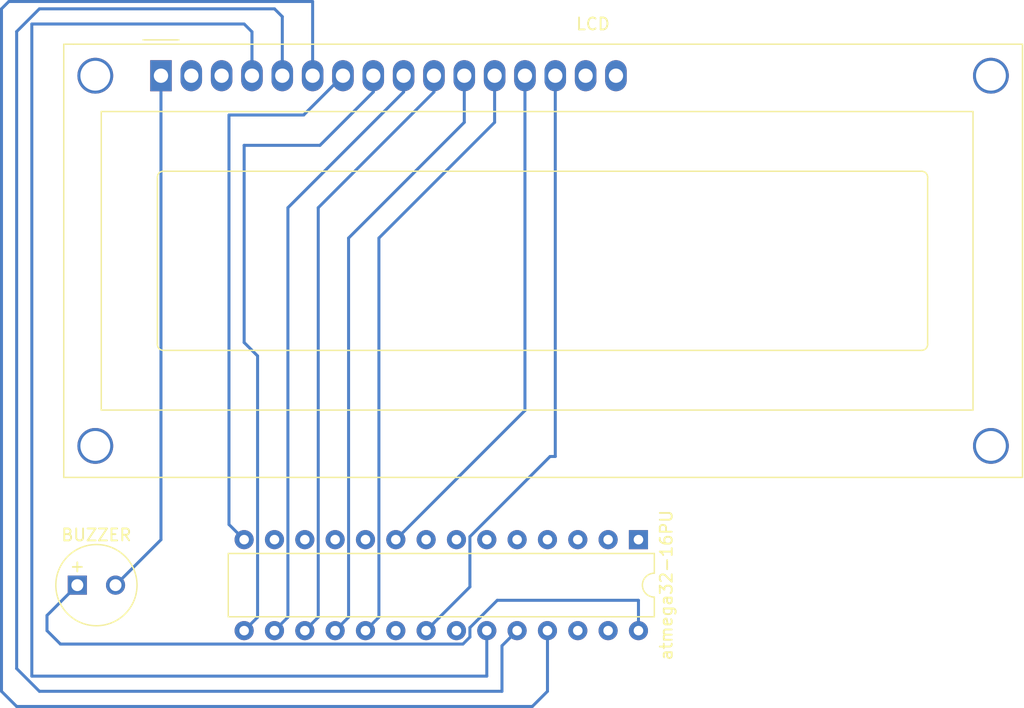
<source format=kicad_pcb>
(kicad_pcb (version 20171130) (host pcbnew "(5.1.9)-1")

  (general
    (thickness 1.6)
    (drawings 0)
    (tracks 69)
    (zones 0)
    (modules 3)
    (nets 34)
  )

  (page A4)
  (layers
    (0 F.Cu signal)
    (31 B.Cu signal)
    (32 B.Adhes user)
    (33 F.Adhes user)
    (34 B.Paste user)
    (35 F.Paste user)
    (36 B.SilkS user)
    (37 F.SilkS user)
    (38 B.Mask user)
    (39 F.Mask user)
    (40 Dwgs.User user)
    (41 Cmts.User user)
    (42 Eco1.User user)
    (43 Eco2.User user)
    (44 Edge.Cuts user)
    (45 Margin user)
    (46 B.CrtYd user)
    (47 F.CrtYd user)
    (48 B.Fab user)
    (49 F.Fab user)
  )

  (setup
    (last_trace_width 0.25)
    (trace_clearance 0.2)
    (zone_clearance 0.508)
    (zone_45_only no)
    (trace_min 0.2)
    (via_size 0.8)
    (via_drill 0.4)
    (via_min_size 0.4)
    (via_min_drill 0.3)
    (uvia_size 0.3)
    (uvia_drill 0.1)
    (uvias_allowed no)
    (uvia_min_size 0.2)
    (uvia_min_drill 0.1)
    (edge_width 0.05)
    (segment_width 0.2)
    (pcb_text_width 0.3)
    (pcb_text_size 1.5 1.5)
    (mod_edge_width 0.12)
    (mod_text_size 1 1)
    (mod_text_width 0.15)
    (pad_size 1.524 1.524)
    (pad_drill 0.762)
    (pad_to_mask_clearance 0)
    (aux_axis_origin 0 0)
    (visible_elements 7FFFFFFF)
    (pcbplotparams
      (layerselection 0x010fc_ffffffff)
      (usegerberextensions false)
      (usegerberattributes true)
      (usegerberadvancedattributes true)
      (creategerberjobfile true)
      (excludeedgelayer true)
      (linewidth 0.100000)
      (plotframeref false)
      (viasonmask false)
      (mode 1)
      (useauxorigin false)
      (hpglpennumber 1)
      (hpglpenspeed 20)
      (hpglpendiameter 15.000000)
      (psnegative false)
      (psa4output false)
      (plotreference true)
      (plotvalue true)
      (plotinvisibletext false)
      (padsonsilk false)
      (subtractmaskfromsilk false)
      (outputformat 1)
      (mirror false)
      (drillshape 1)
      (scaleselection 1)
      (outputdirectory ""))
  )

  (net 0 "")
  (net 1 Earth)
  (net 2 "Net-(DS1-Pad2)")
  (net 3 "Net-(DS1-Pad3)")
  (net 4 "Net-(DS1-Pad4)")
  (net 5 "Net-(DS1-Pad5)")
  (net 6 "Net-(DS1-Pad6)")
  (net 7 "Net-(DS1-Pad7)")
  (net 8 "Net-(DS1-Pad8)")
  (net 9 "Net-(DS1-Pad9)")
  (net 10 "Net-(DS1-Pad10)")
  (net 11 "Net-(DS1-Pad11)")
  (net 12 "Net-(DS1-Pad12)")
  (net 13 "Net-(DS1-Pad13)")
  (net 14 "Net-(DS1-Pad14)")
  (net 15 "Net-(DS1-Pad15)")
  (net 16 "Net-(DS1-Pad16)")
  (net 17 "Net-(U1-Pad1)")
  (net 18 "Net-(U1-Pad2)")
  (net 19 "Net-(U1-Pad3)")
  (net 20 "Net-(U1-Pad4)")
  (net 21 "Net-(U1-Pad5)")
  (net 22 "Net-(U1-Pad6)")
  (net 23 "Net-(U1-Pad20)")
  (net 24 VCC)
  (net 25 GND)
  (net 26 "Net-(U1-Pad22)")
  (net 27 "Net-(U1-Pad10)")
  (net 28 "Net-(U1-Pad11)")
  (net 29 "Net-(U1-Pad12)")
  (net 30 "Net-(U1-Pad26)")
  (net 31 "Net-(U1-Pad13)")
  (net 32 "Net-(U1-Pad27)")
  (net 33 "Net-(BZ1-Pad1)")

  (net_class Default "This is the default net class."
    (clearance 0.2)
    (trace_width 0.25)
    (via_dia 0.8)
    (via_drill 0.4)
    (uvia_dia 0.3)
    (uvia_drill 0.1)
    (add_net Earth)
    (add_net GND)
    (add_net "Net-(BZ1-Pad1)")
    (add_net "Net-(DS1-Pad10)")
    (add_net "Net-(DS1-Pad11)")
    (add_net "Net-(DS1-Pad12)")
    (add_net "Net-(DS1-Pad13)")
    (add_net "Net-(DS1-Pad14)")
    (add_net "Net-(DS1-Pad15)")
    (add_net "Net-(DS1-Pad16)")
    (add_net "Net-(DS1-Pad2)")
    (add_net "Net-(DS1-Pad3)")
    (add_net "Net-(DS1-Pad4)")
    (add_net "Net-(DS1-Pad5)")
    (add_net "Net-(DS1-Pad6)")
    (add_net "Net-(DS1-Pad7)")
    (add_net "Net-(DS1-Pad8)")
    (add_net "Net-(DS1-Pad9)")
    (add_net "Net-(U1-Pad1)")
    (add_net "Net-(U1-Pad10)")
    (add_net "Net-(U1-Pad11)")
    (add_net "Net-(U1-Pad12)")
    (add_net "Net-(U1-Pad13)")
    (add_net "Net-(U1-Pad2)")
    (add_net "Net-(U1-Pad20)")
    (add_net "Net-(U1-Pad22)")
    (add_net "Net-(U1-Pad26)")
    (add_net "Net-(U1-Pad27)")
    (add_net "Net-(U1-Pad3)")
    (add_net "Net-(U1-Pad4)")
    (add_net "Net-(U1-Pad5)")
    (add_net "Net-(U1-Pad6)")
    (add_net VCC)
  )

  (module Display:WC1602A (layer F.Cu) (tedit 5A02FE80) (tstamp 607A43DD)
    (at 112.415001 81.800001)
    (descr "LCD 16x2 http://www.wincomlcd.com/pdf/WC1602A-SFYLYHTC06.pdf")
    (tags "LCD 16x2 Alphanumeric 16pin")
    (path /607A19B3)
    (fp_text reference LCD (at 36.174999 -4.330001) (layer F.SilkS)
      (effects (font (size 1 1) (thickness 0.15)))
    )
    (fp_text value WC1602A (at -4.31 34.66) (layer F.Fab)
      (effects (font (size 1 1) (thickness 0.15)))
    )
    (fp_line (start -8.14 33.64) (end 72.14 33.64) (layer F.SilkS) (width 0.12))
    (fp_line (start 72.14 33.64) (end 72.14 -2.64) (layer F.SilkS) (width 0.12))
    (fp_line (start 72.14 -2.64) (end -7.34 -2.64) (layer F.SilkS) (width 0.12))
    (fp_line (start -8.14 -2.64) (end -8.14 33.64) (layer F.SilkS) (width 0.12))
    (fp_line (start -8.13 -2.64) (end -7.34 -2.64) (layer F.SilkS) (width 0.12))
    (fp_line (start -8.25 -2.75) (end -8.25 33.75) (layer F.CrtYd) (width 0.05))
    (fp_line (start -8.25 33.75) (end 72.25 33.75) (layer F.CrtYd) (width 0.05))
    (fp_line (start 72.25 -2.75) (end 72.25 33.75) (layer F.CrtYd) (width 0.05))
    (fp_line (start -1.5 -3) (end 1.5 -3) (layer F.SilkS) (width 0.12))
    (fp_line (start -8.25 -2.75) (end 72.25 -2.75) (layer F.CrtYd) (width 0.05))
    (fp_line (start 1 -2.5) (end 0 -1.5) (layer F.Fab) (width 0.1))
    (fp_line (start 0 -1.5) (end -1 -2.5) (layer F.Fab) (width 0.1))
    (fp_line (start -1 -2.5) (end -8 -2.5) (layer F.Fab) (width 0.1))
    (fp_line (start 0.2 8) (end 63.7 8) (layer F.SilkS) (width 0.12))
    (fp_line (start -0.29972 22.49932) (end -0.29972 8.5) (layer F.SilkS) (width 0.12))
    (fp_line (start 63.70066 23) (end 0.2 23) (layer F.SilkS) (width 0.12))
    (fp_line (start 64.2 8.5) (end 64.2 22.5) (layer F.SilkS) (width 0.12))
    (fp_line (start -5 3) (end 68 3) (layer F.SilkS) (width 0.12))
    (fp_line (start 68 3) (end 68 28) (layer F.SilkS) (width 0.12))
    (fp_line (start 68 28) (end -5 28) (layer F.SilkS) (width 0.12))
    (fp_line (start -5 28) (end -5 3) (layer F.SilkS) (width 0.12))
    (fp_line (start 1 -2.5) (end 72 -2.5) (layer F.Fab) (width 0.1))
    (fp_line (start 72 -2.5) (end 72 33.5) (layer F.Fab) (width 0.1))
    (fp_line (start 72 33.5) (end -8 33.5) (layer F.Fab) (width 0.1))
    (fp_line (start -8 33.5) (end -8 -2.5) (layer F.Fab) (width 0.1))
    (fp_text user %R (at 30.37 14.74) (layer F.Fab)
      (effects (font (size 1 1) (thickness 0.1)))
    )
    (fp_arc (start 63.7 8.5) (end 63.7 8) (angle 90) (layer F.SilkS) (width 0.12))
    (fp_arc (start 63.70066 22.49932) (end 64.20104 22.49932) (angle 90) (layer F.SilkS) (width 0.12))
    (fp_arc (start 0.20066 22.49932) (end 0.20066 22.9997) (angle 90) (layer F.SilkS) (width 0.12))
    (fp_arc (start 0.20066 8.49884) (end -0.29972 8.49884) (angle 90) (layer F.SilkS) (width 0.12))
    (pad 1 thru_hole rect (at 0 0) (size 1.8 2.6) (drill 1.2) (layers *.Cu *.Mask)
      (net 1 Earth))
    (pad 2 thru_hole oval (at 2.54 0) (size 1.8 2.6) (drill 1.2) (layers *.Cu *.Mask)
      (net 2 "Net-(DS1-Pad2)"))
    (pad 3 thru_hole oval (at 5.08 0) (size 1.8 2.6) (drill 1.2) (layers *.Cu *.Mask)
      (net 3 "Net-(DS1-Pad3)"))
    (pad 4 thru_hole oval (at 7.62 0) (size 1.8 2.6) (drill 1.2) (layers *.Cu *.Mask)
      (net 4 "Net-(DS1-Pad4)"))
    (pad 5 thru_hole oval (at 10.16 0) (size 1.8 2.6) (drill 1.2) (layers *.Cu *.Mask)
      (net 5 "Net-(DS1-Pad5)"))
    (pad 6 thru_hole oval (at 12.7 0) (size 1.8 2.6) (drill 1.2) (layers *.Cu *.Mask)
      (net 6 "Net-(DS1-Pad6)"))
    (pad 7 thru_hole oval (at 15.24 0) (size 1.8 2.6) (drill 1.2) (layers *.Cu *.Mask)
      (net 7 "Net-(DS1-Pad7)"))
    (pad 8 thru_hole oval (at 17.78 0) (size 1.8 2.6) (drill 1.2) (layers *.Cu *.Mask)
      (net 8 "Net-(DS1-Pad8)"))
    (pad 9 thru_hole oval (at 20.32 0) (size 1.8 2.6) (drill 1.2) (layers *.Cu *.Mask)
      (net 9 "Net-(DS1-Pad9)"))
    (pad 10 thru_hole oval (at 22.86 0) (size 1.8 2.6) (drill 1.2) (layers *.Cu *.Mask)
      (net 10 "Net-(DS1-Pad10)"))
    (pad 11 thru_hole oval (at 25.4 0) (size 1.8 2.6) (drill 1.2) (layers *.Cu *.Mask)
      (net 11 "Net-(DS1-Pad11)"))
    (pad 12 thru_hole oval (at 27.94 0) (size 1.8 2.6) (drill 1.2) (layers *.Cu *.Mask)
      (net 12 "Net-(DS1-Pad12)"))
    (pad 13 thru_hole oval (at 30.48 0) (size 1.8 2.6) (drill 1.2) (layers *.Cu *.Mask)
      (net 13 "Net-(DS1-Pad13)"))
    (pad 14 thru_hole oval (at 33.02 0) (size 1.8 2.6) (drill 1.2) (layers *.Cu *.Mask)
      (net 14 "Net-(DS1-Pad14)"))
    (pad 15 thru_hole oval (at 35.56 0) (size 1.8 2.6) (drill 1.2) (layers *.Cu *.Mask)
      (net 15 "Net-(DS1-Pad15)"))
    (pad 16 thru_hole oval (at 38.1 0) (size 1.8 2.6) (drill 1.2) (layers *.Cu *.Mask)
      (net 16 "Net-(DS1-Pad16)"))
    (pad "" thru_hole circle (at -5.4991 0) (size 3 3) (drill 2.5) (layers *.Cu *.Mask))
    (pad "" thru_hole circle (at -5.4991 31.0007) (size 3 3) (drill 2.5) (layers *.Cu *.Mask))
    (pad "" thru_hole circle (at 69.49948 31.0007) (size 3 3) (drill 2.5) (layers *.Cu *.Mask))
    (pad "" thru_hole circle (at 69.5 0) (size 3 3) (drill 2.5) (layers *.Cu *.Mask))
    (model ${KISYS3DMOD}/Display.3dshapes/WC1602A.wrl
      (at (xyz 0 0 0))
      (scale (xyz 1 1 1))
      (rotate (xyz 0 0 0))
    )
  )

  (module Package_DIP:DIP-28_W7.62mm (layer F.Cu) (tedit 5A02E8C5) (tstamp 607A440D)
    (at 152.4 120.65 270)
    (descr "28-lead though-hole mounted DIP package, row spacing 7.62 mm (300 mils)")
    (tags "THT DIP DIL PDIP 2.54mm 7.62mm 300mil")
    (path /6079E135)
    (fp_text reference atmega32-16PU (at 3.81 -2.33 90) (layer F.SilkS)
      (effects (font (size 1 1) (thickness 0.15)))
    )
    (fp_text value ATmega8-16PU (at 3.81 35.35 90) (layer F.Fab)
      (effects (font (size 1 1) (thickness 0.15)))
    )
    (fp_line (start 1.635 -1.27) (end 6.985 -1.27) (layer F.Fab) (width 0.1))
    (fp_line (start 6.985 -1.27) (end 6.985 34.29) (layer F.Fab) (width 0.1))
    (fp_line (start 6.985 34.29) (end 0.635 34.29) (layer F.Fab) (width 0.1))
    (fp_line (start 0.635 34.29) (end 0.635 -0.27) (layer F.Fab) (width 0.1))
    (fp_line (start 0.635 -0.27) (end 1.635 -1.27) (layer F.Fab) (width 0.1))
    (fp_line (start 2.81 -1.33) (end 1.16 -1.33) (layer F.SilkS) (width 0.12))
    (fp_line (start 1.16 -1.33) (end 1.16 34.35) (layer F.SilkS) (width 0.12))
    (fp_line (start 1.16 34.35) (end 6.46 34.35) (layer F.SilkS) (width 0.12))
    (fp_line (start 6.46 34.35) (end 6.46 -1.33) (layer F.SilkS) (width 0.12))
    (fp_line (start 6.46 -1.33) (end 4.81 -1.33) (layer F.SilkS) (width 0.12))
    (fp_line (start -1.1 -1.55) (end -1.1 34.55) (layer F.CrtYd) (width 0.05))
    (fp_line (start -1.1 34.55) (end 8.7 34.55) (layer F.CrtYd) (width 0.05))
    (fp_line (start 8.7 34.55) (end 8.7 -1.55) (layer F.CrtYd) (width 0.05))
    (fp_line (start 8.7 -1.55) (end -1.1 -1.55) (layer F.CrtYd) (width 0.05))
    (fp_arc (start 3.81 -1.33) (end 2.81 -1.33) (angle -180) (layer F.SilkS) (width 0.12))
    (fp_text user %R (at 3.81 16.51 90) (layer F.Fab)
      (effects (font (size 1 1) (thickness 0.15)))
    )
    (pad 1 thru_hole rect (at 0 0 270) (size 1.6 1.6) (drill 0.8) (layers *.Cu *.Mask)
      (net 17 "Net-(U1-Pad1)"))
    (pad 15 thru_hole oval (at 7.62 33.02 270) (size 1.6 1.6) (drill 0.8) (layers *.Cu *.Mask)
      (net 8 "Net-(DS1-Pad8)"))
    (pad 2 thru_hole oval (at 0 2.54 270) (size 1.6 1.6) (drill 0.8) (layers *.Cu *.Mask)
      (net 18 "Net-(U1-Pad2)"))
    (pad 16 thru_hole oval (at 7.62 30.48 270) (size 1.6 1.6) (drill 0.8) (layers *.Cu *.Mask)
      (net 9 "Net-(DS1-Pad9)"))
    (pad 3 thru_hole oval (at 0 5.08 270) (size 1.6 1.6) (drill 0.8) (layers *.Cu *.Mask)
      (net 19 "Net-(U1-Pad3)"))
    (pad 17 thru_hole oval (at 7.62 27.94 270) (size 1.6 1.6) (drill 0.8) (layers *.Cu *.Mask)
      (net 10 "Net-(DS1-Pad10)"))
    (pad 4 thru_hole oval (at 0 7.62 270) (size 1.6 1.6) (drill 0.8) (layers *.Cu *.Mask)
      (net 20 "Net-(U1-Pad4)"))
    (pad 18 thru_hole oval (at 7.62 25.4 270) (size 1.6 1.6) (drill 0.8) (layers *.Cu *.Mask)
      (net 11 "Net-(DS1-Pad11)"))
    (pad 5 thru_hole oval (at 0 10.16 270) (size 1.6 1.6) (drill 0.8) (layers *.Cu *.Mask)
      (net 21 "Net-(U1-Pad5)"))
    (pad 19 thru_hole oval (at 7.62 22.86 270) (size 1.6 1.6) (drill 0.8) (layers *.Cu *.Mask)
      (net 12 "Net-(DS1-Pad12)"))
    (pad 6 thru_hole oval (at 0 12.7 270) (size 1.6 1.6) (drill 0.8) (layers *.Cu *.Mask)
      (net 22 "Net-(U1-Pad6)"))
    (pad 20 thru_hole oval (at 7.62 20.32 270) (size 1.6 1.6) (drill 0.8) (layers *.Cu *.Mask)
      (net 23 "Net-(U1-Pad20)"))
    (pad 7 thru_hole oval (at 0 15.24 270) (size 1.6 1.6) (drill 0.8) (layers *.Cu *.Mask)
      (net 24 VCC))
    (pad 21 thru_hole oval (at 7.62 17.78 270) (size 1.6 1.6) (drill 0.8) (layers *.Cu *.Mask)
      (net 14 "Net-(DS1-Pad14)"))
    (pad 8 thru_hole oval (at 0 17.78 270) (size 1.6 1.6) (drill 0.8) (layers *.Cu *.Mask)
      (net 25 GND))
    (pad 22 thru_hole oval (at 7.62 15.24 270) (size 1.6 1.6) (drill 0.8) (layers *.Cu *.Mask)
      (net 26 "Net-(U1-Pad22)"))
    (pad 9 thru_hole oval (at 0 20.32 270) (size 1.6 1.6) (drill 0.8) (layers *.Cu *.Mask)
      (net 13 "Net-(DS1-Pad13)"))
    (pad 23 thru_hole oval (at 7.62 12.7 270) (size 1.6 1.6) (drill 0.8) (layers *.Cu *.Mask)
      (net 4 "Net-(DS1-Pad4)"))
    (pad 10 thru_hole oval (at 0 22.86 270) (size 1.6 1.6) (drill 0.8) (layers *.Cu *.Mask)
      (net 27 "Net-(U1-Pad10)"))
    (pad 24 thru_hole oval (at 7.62 10.16 270) (size 1.6 1.6) (drill 0.8) (layers *.Cu *.Mask)
      (net 5 "Net-(DS1-Pad5)"))
    (pad 11 thru_hole oval (at 0 25.4 270) (size 1.6 1.6) (drill 0.8) (layers *.Cu *.Mask)
      (net 28 "Net-(U1-Pad11)"))
    (pad 25 thru_hole oval (at 7.62 7.62 270) (size 1.6 1.6) (drill 0.8) (layers *.Cu *.Mask)
      (net 6 "Net-(DS1-Pad6)"))
    (pad 12 thru_hole oval (at 0 27.94 270) (size 1.6 1.6) (drill 0.8) (layers *.Cu *.Mask)
      (net 29 "Net-(U1-Pad12)"))
    (pad 26 thru_hole oval (at 7.62 5.08 270) (size 1.6 1.6) (drill 0.8) (layers *.Cu *.Mask)
      (net 30 "Net-(U1-Pad26)"))
    (pad 13 thru_hole oval (at 0 30.48 270) (size 1.6 1.6) (drill 0.8) (layers *.Cu *.Mask)
      (net 31 "Net-(U1-Pad13)"))
    (pad 27 thru_hole oval (at 7.62 2.54 270) (size 1.6 1.6) (drill 0.8) (layers *.Cu *.Mask)
      (net 32 "Net-(U1-Pad27)"))
    (pad 14 thru_hole oval (at 0 33.02 270) (size 1.6 1.6) (drill 0.8) (layers *.Cu *.Mask)
      (net 7 "Net-(DS1-Pad7)"))
    (pad 28 thru_hole oval (at 7.62 0 270) (size 1.6 1.6) (drill 0.8) (layers *.Cu *.Mask)
      (net 33 "Net-(BZ1-Pad1)"))
    (model ${KISYS3DMOD}/Package_DIP.3dshapes/DIP-28_W7.62mm.wrl
      (at (xyz 0 0 0))
      (scale (xyz 1 1 1))
      (rotate (xyz 0 0 0))
    )
  )

  (module Buzzer_Beeper:MagneticBuzzer_Kingstate_KCG0601 (layer F.Cu) (tedit 5A030281) (tstamp 6079F01E)
    (at 105.41 124.46)
    (descr "Buzzer, Elektromagnetic Beeper, Summer,")
    (tags "Kingstate KCG0601 ")
    (path /6079F8B1)
    (fp_text reference BUZZER (at 1.6 -4.2) (layer F.SilkS)
      (effects (font (size 1 1) (thickness 0.15)))
    )
    (fp_text value Buzzer (at 1.6 4.4) (layer F.Fab)
      (effects (font (size 1 1) (thickness 0.15)))
    )
    (fp_circle (center 1.6 0) (end 5 0) (layer F.SilkS) (width 0.12))
    (fp_circle (center 1.6 0) (end 2.4 0) (layer F.Fab) (width 0.1))
    (fp_circle (center 1.6 0) (end 4.9 0) (layer F.Fab) (width 0.1))
    (fp_circle (center 1.6 0) (end 5.15 0) (layer F.CrtYd) (width 0.05))
    (fp_text user + (at 0 -1.6) (layer F.SilkS)
      (effects (font (size 1 1) (thickness 0.15)))
    )
    (fp_text user + (at 0 -1.6) (layer F.Fab)
      (effects (font (size 1 1) (thickness 0.15)))
    )
    (fp_text user %R (at 1.6 -4.2) (layer F.Fab)
      (effects (font (size 1 1) (thickness 0.15)))
    )
    (pad 1 thru_hole rect (at 0 0) (size 1.6 1.6) (drill 1) (layers *.Cu *.Mask)
      (net 33 "Net-(BZ1-Pad1)"))
    (pad 2 thru_hole circle (at 3.2 0) (size 1.6 1.6) (drill 1) (layers *.Cu *.Mask)
      (net 1 Earth))
    (model ${KISYS3DMOD}/Buzzer_Beeper.3dshapes/MagneticBuzzer_Kingstate_KCG0601.wrl
      (at (xyz 0 0 0))
      (scale (xyz 1 1 1))
      (rotate (xyz 0 0 0))
    )
  )

  (segment (start 112.415001 120.654999) (end 112.415001 81.800001) (width 0.25) (layer B.Cu) (net 1))
  (segment (start 108.61 124.46) (end 112.415001 120.654999) (width 0.25) (layer B.Cu) (net 1))
  (segment (start 119.900001 81.800001) (end 120.035001 81.800001) (width 0.25) (layer F.Cu) (net 4))
  (segment (start 139.7 132.08) (end 139.7 128.27) (width 0.25) (layer B.Cu) (net 4))
  (segment (start 101.6 132.08) (end 139.7 132.08) (width 0.25) (layer B.Cu) (net 4))
  (segment (start 101.6 77.47) (end 101.6 132.08) (width 0.25) (layer B.Cu) (net 4))
  (segment (start 119.38 77.47) (end 101.6 77.47) (width 0.25) (layer B.Cu) (net 4))
  (segment (start 120.035001 78.125001) (end 119.38 77.47) (width 0.25) (layer B.Cu) (net 4))
  (segment (start 120.035001 81.800001) (end 120.035001 78.125001) (width 0.25) (layer B.Cu) (net 4))
  (segment (start 140.97 133.35) (end 140.97 129.54) (width 0.25) (layer B.Cu) (net 5))
  (segment (start 102.23359 133.35) (end 140.97 133.35) (width 0.25) (layer B.Cu) (net 5))
  (segment (start 140.97 129.54) (end 142.24 128.27) (width 0.25) (layer B.Cu) (net 5))
  (segment (start 100.33 131.44641) (end 102.23359 133.35) (width 0.25) (layer B.Cu) (net 5))
  (segment (start 100.33 78.10359) (end 100.33 131.44641) (width 0.25) (layer B.Cu) (net 5))
  (segment (start 102.23359 76.2) (end 100.33 78.10359) (width 0.25) (layer B.Cu) (net 5))
  (segment (start 121.92 76.2) (end 102.23359 76.2) (width 0.25) (layer B.Cu) (net 5))
  (segment (start 122.575001 76.855001) (end 121.92 76.2) (width 0.25) (layer B.Cu) (net 5))
  (segment (start 122.575001 81.800001) (end 122.575001 76.855001) (width 0.25) (layer B.Cu) (net 5))
  (segment (start 144.78 133.35) (end 144.78 128.27) (width 0.25) (layer B.Cu) (net 6))
  (segment (start 100.33 134.62) (end 143.51 134.62) (width 0.25) (layer B.Cu) (net 6))
  (segment (start 99.06 133.35) (end 100.33 134.62) (width 0.25) (layer B.Cu) (net 6))
  (segment (start 99.06 76.2) (end 99.06 133.35) (width 0.25) (layer B.Cu) (net 6))
  (segment (start 99.674999 75.585001) (end 99.06 76.2) (width 0.25) (layer B.Cu) (net 6))
  (segment (start 125.115001 75.585001) (end 99.674999 75.585001) (width 0.25) (layer B.Cu) (net 6))
  (segment (start 143.51 134.62) (end 144.78 133.35) (width 0.25) (layer B.Cu) (net 6))
  (segment (start 125.115001 81.800001) (end 125.115001 75.585001) (width 0.25) (layer B.Cu) (net 6))
  (segment (start 118.11 119.38) (end 119.38 120.65) (width 0.25) (layer B.Cu) (net 7))
  (segment (start 118.11 85.09) (end 118.11 119.38) (width 0.25) (layer B.Cu) (net 7))
  (segment (start 124.365002 85.09) (end 118.11 85.09) (width 0.25) (layer B.Cu) (net 7))
  (segment (start 127.655001 81.800001) (end 124.365002 85.09) (width 0.25) (layer B.Cu) (net 7))
  (segment (start 130.195001 81.800001) (end 130.195001 83.164999) (width 0.25) (layer B.Cu) (net 8))
  (segment (start 130.195001 83.164999) (end 125.73 87.63) (width 0.25) (layer B.Cu) (net 8))
  (segment (start 125.73 87.63) (end 119.38 87.63) (width 0.25) (layer B.Cu) (net 8))
  (segment (start 120.505001 127.144999) (end 119.38 128.27) (width 0.25) (layer B.Cu) (net 8))
  (segment (start 119.38 104.14) (end 120.505001 105.265001) (width 0.25) (layer B.Cu) (net 8))
  (segment (start 120.505001 105.265001) (end 120.505001 127.144999) (width 0.25) (layer B.Cu) (net 8))
  (segment (start 119.38 87.63) (end 119.38 104.14) (width 0.25) (layer B.Cu) (net 8))
  (segment (start 132.735001 81.800001) (end 132.735001 83.164999) (width 0.25) (layer B.Cu) (net 9))
  (segment (start 123.045001 127.144999) (end 121.92 128.27) (width 0.25) (layer B.Cu) (net 9))
  (segment (start 123.045001 92.854999) (end 123.045001 127.144999) (width 0.25) (layer B.Cu) (net 9))
  (segment (start 132.735001 83.164999) (end 123.045001 92.854999) (width 0.25) (layer B.Cu) (net 9))
  (segment (start 135.275001 81.800001) (end 135.275001 83.164999) (width 0.25) (layer B.Cu) (net 10))
  (segment (start 125.585001 127.144999) (end 124.46 128.27) (width 0.25) (layer B.Cu) (net 10))
  (segment (start 125.585001 92.854999) (end 125.585001 127.144999) (width 0.25) (layer B.Cu) (net 10))
  (segment (start 135.275001 83.164999) (end 125.585001 92.854999) (width 0.25) (layer B.Cu) (net 10))
  (segment (start 137.815001 81.800001) (end 137.815001 85.704999) (width 0.25) (layer B.Cu) (net 11))
  (segment (start 128.125001 127.144999) (end 127 128.27) (width 0.25) (layer B.Cu) (net 11))
  (segment (start 128.125001 95.394999) (end 128.125001 127.144999) (width 0.25) (layer B.Cu) (net 11))
  (segment (start 137.815001 85.704999) (end 128.125001 95.394999) (width 0.25) (layer B.Cu) (net 11))
  (segment (start 140.355001 81.800001) (end 140.355001 85.704999) (width 0.25) (layer B.Cu) (net 12))
  (segment (start 130.665001 95.394999) (end 130.665001 127.144999) (width 0.25) (layer B.Cu) (net 12))
  (segment (start 130.665001 127.144999) (end 129.54 128.27) (width 0.25) (layer B.Cu) (net 12))
  (segment (start 140.355001 85.704999) (end 130.665001 95.394999) (width 0.25) (layer B.Cu) (net 12))
  (segment (start 142.895001 109.834999) (end 132.08 120.65) (width 0.25) (layer B.Cu) (net 13))
  (segment (start 142.895001 81.800001) (end 142.895001 109.834999) (width 0.25) (layer B.Cu) (net 13))
  (segment (start 145.435001 81.800001) (end 145.435001 113.685001) (width 0.25) (layer B.Cu) (net 14))
  (segment (start 138.285001 124.604999) (end 134.62 128.27) (width 0.25) (layer B.Cu) (net 14))
  (segment (start 144.999997 113.685001) (end 138.285001 120.399997) (width 0.25) (layer B.Cu) (net 14))
  (segment (start 138.285001 120.399997) (end 138.285001 124.604999) (width 0.25) (layer B.Cu) (net 14))
  (segment (start 145.435001 113.685001) (end 144.999997 113.685001) (width 0.25) (layer B.Cu) (net 14))
  (segment (start 152.4 128.27) (end 152.4 125.73) (width 0.25) (layer B.Cu) (net 33))
  (segment (start 137.700001 129.395001) (end 103.995001 129.395001) (width 0.25) (layer B.Cu) (net 33))
  (segment (start 138.285001 128.810001) (end 137.700001 129.395001) (width 0.25) (layer B.Cu) (net 33))
  (segment (start 138.285001 128.019997) (end 138.285001 128.810001) (width 0.25) (layer B.Cu) (net 33))
  (segment (start 140.574998 125.73) (end 138.285001 128.019997) (width 0.25) (layer B.Cu) (net 33))
  (segment (start 152.4 125.73) (end 140.574998 125.73) (width 0.25) (layer B.Cu) (net 33))
  (segment (start 103.995001 129.395001) (end 102.87 128.27) (width 0.25) (layer B.Cu) (net 33))
  (segment (start 102.87 127) (end 105.41 124.46) (width 0.25) (layer B.Cu) (net 33))
  (segment (start 102.87 128.27) (end 102.87 127) (width 0.25) (layer B.Cu) (net 33))

)

</source>
